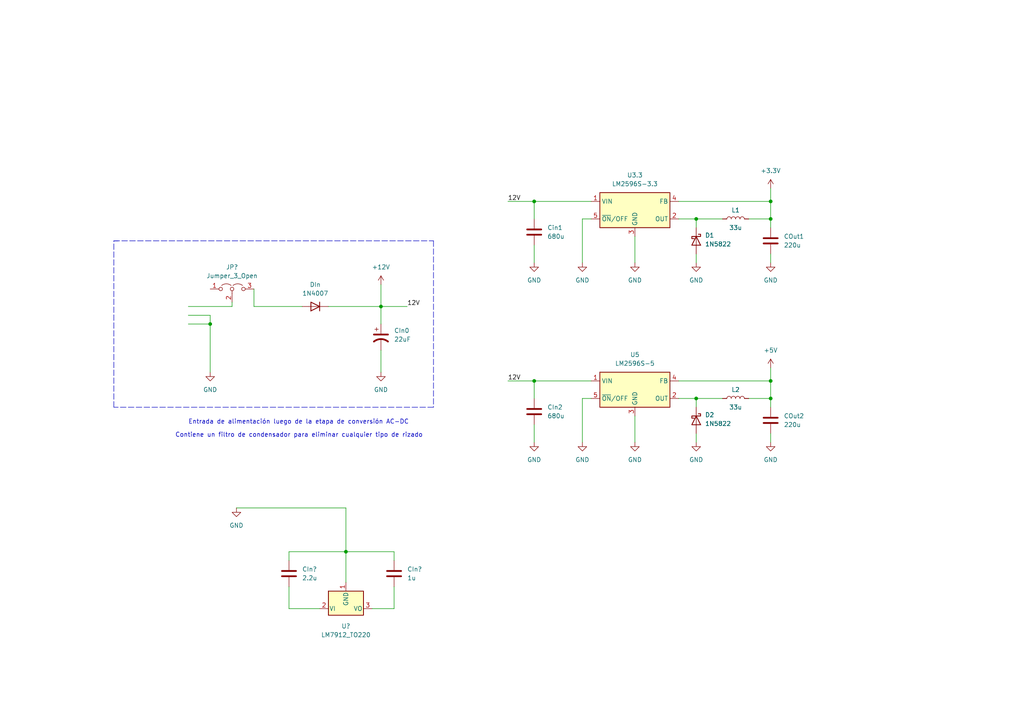
<source format=kicad_sch>
(kicad_sch (version 20211123) (generator eeschema)
  (paper "A4")
  (lib_symbols
    (symbol "Device:C" (pin_numbers hide) (pin_names (offset 0.254))
      (property "Reference" "C" (at 0.635 2.54 0))
      (property "Value" "C" (at 0.635 -2.54 0))
      (symbol "C_0_1"
        (polyline (pts (xy -2.032 -0.762) (xy 2.032 -0.762)) (stroke (width 0.508)))
        (polyline (pts (xy -2.032 0.762) (xy 2.032 0.762)) (stroke (width 0.508)))
      )
      (symbol "C_1_1"
        (pin passive line (at 0 3.81 270) (length 2.794) (name "~") (number "1"))
        (pin passive line (at 0 -3.81 90) (length 2.794) (name "~") (number "2"))
      )
    )
    (symbol "Device:C_Polarized_US" (pin_numbers hide) (pin_names (offset 0.254) hide)
      (property "Reference" "C" (at 0.635 2.54 0))
      (property "Value" "C_Polarized_US" (at 0.635 -2.54 0))
      (symbol "C_Polarized_US_0_1"
        (polyline (pts (xy -2.032 0.762) (xy 2.032 0.762)) (stroke (width 0.508)))
        (polyline (pts (xy -1.778 2.286) (xy -0.762 2.286)))
        (polyline (pts (xy -1.27 1.778) (xy -1.27 2.794)))
        (arc (start 2.032 -1.27) (mid 0 -0.5572) (end -2.032 -1.27) (stroke (width 0.508)))
      )
      (symbol "C_Polarized_US_1_1"
        (pin passive line (at 0 3.81 270) (length 2.794) (name "~") (number "1"))
        (pin passive line (at 0 -3.81 90) (length 3.302) (name "~") (number "2"))
      )
    )
    (symbol "Device:L" (pin_numbers hide) (pin_names (offset 1.016) hide)
      (property "Reference" "L" (at -1.27 0 90))
      (property "Value" "L" (at 1.905 0 90))
      (symbol "L_0_1"
        (arc (start 0 -2.54) (mid 0.635 -1.905) (end 0 -1.27))
        (arc (start 0 -1.27) (mid 0.635 -0.635) (end 0 0))
        (arc (start 0 0) (mid 0.635 0.635) (end 0 1.27))
        (arc (start 0 1.27) (mid 0.635 1.905) (end 0 2.54))
      )
      (symbol "L_1_1"
        (pin passive line (at 0 3.81 270) (length 1.27) (name "1") (number "1"))
        (pin passive line (at 0 -3.81 90) (length 1.27) (name "2") (number "2"))
      )
    )
    (symbol "Diode:1N4007" (pin_numbers hide) (pin_names (offset 1.016) hide)
      (property "Reference" "D" (at 0 2.54 0))
      (property "Value" "1N4007" (at 0 -2.54 0))
      (symbol "1N4007_0_1"
        (polyline (pts (xy -1.27 1.27) (xy -1.27 -1.27)) (stroke (width 0.254)))
        (polyline (pts (xy 1.27 0) (xy -1.27 0)))
        (polyline (pts (xy 1.27 1.27) (xy 1.27 -1.27) (xy -1.27 0) (xy 1.27 1.27)) (stroke (width 0.254)))
      )
      (symbol "1N4007_1_1"
        (pin passive line (at -3.81 0 0) (length 2.54) (name "K") (number "1"))
        (pin passive line (at 3.81 0 180) (length 2.54) (name "A") (number "2"))
      )
    )
    (symbol "Diode:1N5822" (pin_numbers hide) (pin_names (offset 1.016) hide)
      (property "Reference" "D" (at 0 2.54 0))
      (property "Value" "1N5822" (at 0 -2.54 0))
      (symbol "1N5822_0_1"
        (polyline (pts (xy 1.27 0) (xy -1.27 0)))
        (polyline (pts (xy 1.27 1.27) (xy 1.27 -1.27) (xy -1.27 0) (xy 1.27 1.27)) (stroke (width 0.254)))
        (polyline (pts (xy -1.905 0.635) (xy -1.905 1.27) (xy -1.27 1.27) (xy -1.27 -1.27) (xy -0.635 -1.27) (xy -0.635 -0.635)) (stroke (width 0.254)))
      )
      (symbol "1N5822_1_1"
        (pin passive line (at -3.81 0 0) (length 2.54) (name "K") (number "1"))
        (pin passive line (at 3.81 0 180) (length 2.54) (name "A") (number "2"))
      )
    )
    (symbol "Jumper:Jumper_3_Open" (pin_names (offset 0) hide)
      (property "Reference" "JP" (at -2.54 -2.54 0))
      (property "Value" "Jumper_3_Open" (at 0 2.794 0))
      (symbol "Jumper_3_Open_0_0"
        (circle (center -3.302 0) (radius 0.508))
        (circle (center 0 0) (radius 0.508))
        (circle (center 3.302 0) (radius 0.508))
      )
      (symbol "Jumper_3_Open_0_1"
        (arc (start -0.254 1.016) (mid -1.651 1.4992) (end -3.048 1.016))
        (polyline (pts (xy 0 -0.508) (xy 0 -1.27)))
        (arc (start 3.048 1.016) (mid 1.651 1.4992) (end 0.254 1.016))
      )
      (symbol "Jumper_3_Open_1_1"
        (pin passive line (at -6.35 0 0) (length 2.54) (name "A") (number "1"))
        (pin passive line (at 0 -3.81 90) (length 2.54) (name "C") (number "2"))
        (pin passive line (at 6.35 0 180) (length 2.54) (name "B") (number "3"))
      )
    )
    (symbol "Regulator_Linear:LM7912_TO220" (pin_names (offset 0.254))
      (property "Reference" "U" (at -3.81 -3.175 0))
      (property "Value" "LM7912_TO220" (at 0 -3.175 0))
      (symbol "LM7912_TO220_0_1"
        (rectangle (start -5.08 5.08) (end 5.08 -1.905) (stroke (width 0.254)) (fill (type background)))
      )
      (symbol "LM7912_TO220_1_1"
        (pin power_in line (at 0 7.62 270) (length 2.54) (name "GND") (number "1"))
        (pin power_in line (at -7.62 0 0) (length 2.54) (name "VI") (number "2"))
        (pin power_out line (at 7.62 0 180) (length 2.54) (name "VO") (number "3"))
      )
    )
    (symbol "Regulator_Switching:LM2596S-3.3"
      (property "Reference" "U" (at -10.16 6.35 0))
      (property "Value" "LM2596S-3.3" (at 0 6.35 0))
      (symbol "LM2596S-3.3_0_1"
        (rectangle (start -10.16 5.08) (end 10.16 -5.08) (stroke (width 0.254)) (fill (type background)))
      )
      (symbol "LM2596S-3.3_1_1"
        (pin power_in line (at -12.7 2.54 0) (length 2.54) (name "VIN") (number "1"))
        (pin output line (at 12.7 -2.54 180) (length 2.54) (name "OUT") (number "2"))
        (pin power_in line (at 0 -7.62 90) (length 2.54) (name "GND") (number "3"))
        (pin input line (at 12.7 2.54 180) (length 2.54) (name "FB") (number "4"))
        (pin input line (at -12.7 -2.54 0) (length 2.54) (name "~{ON}/OFF") (number "5"))
      )
    )
    (symbol "Regulator_Switching:LM2596S-5"
      (property "Reference" "U" (at -10.16 6.35 0))
      (property "Value" "LM2596S-5" (at 0 6.35 0))
      (symbol "LM2596S-5_0_1"
        (rectangle (start -10.16 5.08) (end 10.16 -5.08) (stroke (width 0.254)) (fill (type background)))
      )
      (symbol "LM2596S-5_1_1"
        (pin power_in line (at -12.7 2.54 0) (length 2.54) (name "VIN") (number "1"))
        (pin output line (at 12.7 -2.54 180) (length 2.54) (name "OUT") (number "2"))
        (pin power_in line (at 0 -7.62 90) (length 2.54) (name "GND") (number "3"))
        (pin input line (at 12.7 2.54 180) (length 2.54) (name "FB") (number "4"))
        (pin input line (at -12.7 -2.54 0) (length 2.54) (name "~{ON}/OFF") (number "5"))
      )
    )
    (symbol "power:+12V" (power) (pin_names (offset 0))
      (property "Value" "+12V" (at 0 3.556 0))
      (symbol "+12V_0_1"
        (polyline (pts (xy -0.762 1.27) (xy 0 2.54)))
        (polyline (pts (xy 0 0) (xy 0 2.54)))
        (polyline (pts (xy 0 2.54) (xy 0.762 1.27)))
      )
      (symbol "+12V_1_1"
        (pin power_in line (at 0 0 90) (length 0) hide (name "+12V") (number "1"))
      )
    )
    (symbol "power:+3.3V" (power) (pin_names (offset 0))
      (property "Value" "+3.3V" (at 0 3.556 0))
      (symbol "+3.3V_0_1"
        (polyline (pts (xy -0.762 1.27) (xy 0 2.54)))
        (polyline (pts (xy 0 0) (xy 0 2.54)))
        (polyline (pts (xy 0 2.54) (xy 0.762 1.27)))
      )
      (symbol "+3.3V_1_1"
        (pin power_in line (at 0 0 90) (length 0) hide (name "+3.3V") (number "1"))
      )
    )
    (symbol "power:+5V" (power) (pin_names (offset 0))
      (property "Value" "+5V" (at 0 3.556 0))
      (symbol "+5V_0_1"
        (polyline (pts (xy -0.762 1.27) (xy 0 2.54)))
        (polyline (pts (xy 0 0) (xy 0 2.54)))
        (polyline (pts (xy 0 2.54) (xy 0.762 1.27)))
      )
      (symbol "+5V_1_1"
        (pin power_in line (at 0 0 90) (length 0) hide (name "+5V") (number "1"))
      )
    )
    (symbol "power:GND" (power) (pin_names (offset 0))
      (property "Value" "GND" (at 0 -3.81 0))
      (symbol "GND_0_1"
        (polyline (pts (xy 0 0) (xy 0 -1.27) (xy 1.27 -1.27) (xy 0 -2.54) (xy -1.27 -1.27) (xy 0 -1.27)))
      )
      (symbol "GND_1_1"
        (pin power_in line (at 0 0 270) (length 0) hide (name "GND") (number "1"))
      )
    )
  )
  (junction (at 154.94 110.49))
  (junction (at 223.52 58.42))
  (junction (at 110.49 88.9))
  (junction (at 223.52 110.49))
  (junction (at 223.52 115.57))
  (junction (at 154.94 58.42))
  (junction (at 201.93 115.57))
  (junction (at 201.93 63.5))
  (junction (at 100.33 160.02))
  (junction (at 223.52 63.5))
  (junction (at 60.96 93.98))
  (wire (pts (xy 184.15 68.58) (xy 184.15 76.2)))
  (wire (pts (xy 168.91 115.57) (xy 171.45 115.57)))
  (wire (pts (xy 223.52 63.5) (xy 223.52 66.04)))
  (wire (pts (xy 154.94 58.42) (xy 154.94 63.5)))
  (wire (pts (xy 147.32 110.49) (xy 154.94 110.49)))
  (wire (pts (xy 201.93 63.5) (xy 201.93 66.04)))
  (wire (pts (xy 223.52 106.68) (xy 223.52 110.49)))
  (wire (pts (xy 54.61 88.9) (xy 67.31 88.9)))
  (wire (pts (xy 60.96 91.44) (xy 60.96 93.98)))
  (wire (pts (xy 68.58 147.32) (xy 100.33 147.32)))
  (wire (pts (xy 110.49 88.9) (xy 118.11 88.9)))
  (wire (pts (xy 201.93 125.73) (xy 201.93 128.27)))
  (wire (pts (xy 196.85 58.42) (xy 223.52 58.42)))
  (wire (pts (xy 67.31 87.63) (xy 67.31 88.9)))
  (wire (pts (xy 196.85 110.49) (xy 223.52 110.49)))
  (wire (pts (xy 73.66 83.82) (xy 73.66 88.9)))
  (wire (pts (xy 223.52 115.57) (xy 223.52 118.11)))
  (polyline (pts (xy 125.73 69.85) (xy 125.73 118.11)))
  (wire (pts (xy 184.15 120.65) (xy 184.15 128.27)))
  (wire (pts (xy 100.33 160.02) (xy 114.3 160.02)))
  (wire (pts (xy 201.93 115.57) (xy 201.93 118.11)))
  (wire (pts (xy 154.94 71.12) (xy 154.94 76.2)))
  (wire (pts (xy 107.95 176.53) (xy 114.3 176.53)))
  (wire (pts (xy 201.93 63.5) (xy 209.55 63.5)))
  (wire (pts (xy 60.96 93.98) (xy 60.96 107.95)))
  (wire (pts (xy 83.82 176.53) (xy 92.71 176.53)))
  (wire (pts (xy 100.33 160.02) (xy 100.33 168.91)))
  (wire (pts (xy 196.85 115.57) (xy 201.93 115.57)))
  (wire (pts (xy 114.3 160.02) (xy 114.3 162.56)))
  (wire (pts (xy 147.32 58.42) (xy 154.94 58.42)))
  (wire (pts (xy 110.49 88.9) (xy 110.49 93.98)))
  (wire (pts (xy 201.93 115.57) (xy 209.55 115.57)))
  (wire (pts (xy 95.25 88.9) (xy 110.49 88.9)))
  (wire (pts (xy 168.91 63.5) (xy 171.45 63.5)))
  (wire (pts (xy 171.45 110.49) (xy 154.94 110.49)))
  (wire (pts (xy 54.61 93.98) (xy 60.96 93.98)))
  (wire (pts (xy 223.52 110.49) (xy 223.52 115.57)))
  (wire (pts (xy 83.82 160.02) (xy 100.33 160.02)))
  (wire (pts (xy 168.91 115.57) (xy 168.91 128.27)))
  (wire (pts (xy 217.17 63.5) (xy 223.52 63.5)))
  (wire (pts (xy 171.45 58.42) (xy 154.94 58.42)))
  (wire (pts (xy 110.49 101.6) (xy 110.49 107.95)))
  (wire (pts (xy 217.17 115.57) (xy 223.52 115.57)))
  (wire (pts (xy 168.91 63.5) (xy 168.91 76.2)))
  (wire (pts (xy 110.49 82.55) (xy 110.49 88.9)))
  (wire (pts (xy 100.33 147.32) (xy 100.33 160.02)))
  (wire (pts (xy 196.85 63.5) (xy 201.93 63.5)))
  (polyline (pts (xy 33.02 69.85) (xy 34.29 69.85)))
  (wire (pts (xy 223.52 125.73) (xy 223.52 128.27)))
  (wire (pts (xy 223.52 54.61) (xy 223.52 58.42)))
  (polyline (pts (xy 125.73 118.11) (xy 33.02 118.11)))
  (wire (pts (xy 73.66 88.9) (xy 87.63 88.9)))
  (wire (pts (xy 154.94 123.19) (xy 154.94 128.27)))
  (wire (pts (xy 154.94 110.49) (xy 154.94 115.57)))
  (wire (pts (xy 223.52 58.42) (xy 223.52 63.5)))
  (wire (pts (xy 83.82 170.18) (xy 83.82 176.53)))
  (wire (pts (xy 223.52 73.66) (xy 223.52 76.2)))
  (wire (pts (xy 83.82 162.56) (xy 83.82 160.02)))
  (polyline (pts (xy 33.02 69.85) (xy 125.73 69.85)))
  (wire (pts (xy 114.3 176.53) (xy 114.3 170.18)))
  (polyline (pts (xy 33.02 118.11) (xy 33.02 69.85)))
  (wire (pts (xy 201.93 73.66) (xy 201.93 76.2)))
  (wire (pts (xy 54.61 91.44) (xy 60.96 91.44)))
  (text "Entrada de alimentación luego de la etapa de conversión AC-DC" (at 54.61 123.19 0) (effects (font (size 1.27 1.27)) (justify left bottom)))
  (text "Contiene un filtro de condensador para eliminar cualquier tipo de rizado\n" (at 50.8 127 0) (effects (font (size 1.27 1.27)) (justify left bottom)))
  (label "12V" (at 147.32 110.49 0))
  (label "12V" (at 147.32 58.42 0))
  (label "12V" (at 118.11 88.9 0))
  (symbol (lib_id "power:GND") (at 201.93 128.27 0) (unit 1)
    (property "Reference" "#PWR?" (effects hide))
    (property "Value" "GND" (at 201.93 133.35 0))
  )
  (symbol (lib_id "Device:L") (at 213.36 115.57 90) (unit 1)
    (property "Reference" "L2" (at 213.36 113.03 90))
    (property "Value" "33u" (at 213.36 118.11 90))
  )
  (symbol (lib_id "power:GND") (at 60.96 107.95 0) (unit 1)
    (property "Reference" "#PWR?" (effects hide))
    (property "Value" "GND" (at 60.96 113.03 0))
  )
  (symbol (lib_id "Device:L") (at 213.36 63.5 90) (unit 1)
    (property "Reference" "L1" (at 213.36 60.96 90))
    (property "Value" "33u" (at 213.36 66.04 90))
  )
  (symbol (lib_id "Diode:1N5822") (at 201.93 69.85 270) (unit 1)
    (property "Reference" "D1" (at 204.47 68.2624 90) (effects (justify left)))
    (property "Value" "1N5822" (at 204.47 70.8024 90) (effects (justify left)))
    (property "Footprint" "Diode_THT:D_DO-201AD_P15.24mm_Horizontal" (effects hide))
    (property "Datasheet" "http://www.vishay.com/docs/88526/1n5820.pdf" (effects hide))
  )
  (symbol (lib_id "Device:C") (at 114.3 166.37 0) (unit 1)
    (property "Reference" "CIn?" (at 118.11 165.0999 0) (effects (justify left)))
    (property "Value" "1u" (at 118.11 167.6399 0) (effects (justify left)))
  )
  (symbol (lib_id "power:GND") (at 154.94 76.2 0) (unit 1)
    (property "Reference" "#PWR?" (effects hide))
    (property "Value" "GND" (at 154.94 81.28 0))
  )
  (symbol (lib_id "power:GND") (at 168.91 76.2 0) (unit 1)
    (property "Reference" "#PWR?" (effects hide))
    (property "Value" "GND" (at 168.91 81.28 0))
  )
  (symbol (lib_id "power:GND") (at 184.15 128.27 0) (unit 1)
    (property "Reference" "#PWR?" (effects hide))
    (property "Value" "GND" (at 184.15 133.35 0))
  )
  (symbol (lib_id "Regulator_Linear:LM7912_TO220") (at 100.33 176.53 0) (unit 1)
    (property "Reference" "U?" (at 100.33 181.61 0))
    (property "Value" "LM7912_TO220" (at 100.33 184.15 0))
    (property "Footprint" "Package_TO_SOT_THT:TO-220-3_Vertical" (effects hide))
    (property "Datasheet" "hhttps://www.onsemi.com/pub/Collateral/MC7900-D.PDF" (effects hide))
  )
  (symbol (lib_id "power:GND") (at 154.94 128.27 0) (unit 1)
    (property "Reference" "#PWR?" (effects hide))
    (property "Value" "GND" (at 154.94 133.35 0))
  )
  (symbol (lib_id "Device:C") (at 154.94 119.38 0) (unit 1)
    (property "Reference" "CIn2" (at 158.75 118.1099 0) (effects (justify left)))
    (property "Value" "680u" (at 158.75 120.6499 0) (effects (justify left)))
  )
  (symbol (lib_id "Regulator_Switching:LM2596S-3.3") (at 184.15 60.96 0) (unit 1)
    (property "Reference" "U3.3" (at 184.15 50.8 0))
    (property "Value" "LM2596S-3.3" (at 184.15 53.34 0))
    (property "Footprint" "Package_TO_SOT_SMD:TO-263-5_TabPin3" (effects hide))
    (property "Datasheet" "http://www.ti.com/lit/ds/symlink/lm2596.pdf" (effects hide))
  )
  (symbol (lib_id "power:+3.3V") (at 223.52 54.61 0) (unit 1)
    (property "Reference" "#PWR?" (effects hide))
    (property "Value" "+3.3V" (at 223.52 49.53 0))
  )
  (symbol (lib_id "Device:C_Polarized_US") (at 110.49 97.79 0) (unit 1)
    (property "Reference" "CIn0" (at 114.3 95.8849 0) (effects (justify left)))
    (property "Value" "22uF" (at 114.3 98.4249 0) (effects (justify left)))
    (property "Footprint" "Capacitor_SMD:C_0805_2012Metric_Pad1.18x1.45mm_HandSolder" (effects hide))
  )
  (symbol (lib_id "power:GND") (at 201.93 76.2 0) (unit 1)
    (property "Reference" "#PWR?" (effects hide))
    (property "Value" "GND" (at 201.93 81.28 0))
  )
  (symbol (lib_id "power:GND") (at 223.52 76.2 0) (unit 1)
    (property "Reference" "#PWR?" (effects hide))
    (property "Value" "GND" (at 223.52 81.28 0))
  )
  (symbol (lib_id "power:GND") (at 168.91 128.27 0) (unit 1)
    (property "Reference" "#PWR?" (effects hide))
    (property "Value" "GND" (at 168.91 133.35 0))
  )
  (symbol (lib_id "Device:C") (at 223.52 121.92 0) (unit 1)
    (property "Reference" "COut2" (at 227.33 120.6499 0) (effects (justify left)))
    (property "Value" "220u" (at 227.33 123.1899 0) (effects (justify left)))
  )
  (symbol (lib_id "Device:C") (at 154.94 67.31 0) (unit 1)
    (property "Reference" "Cin1" (at 158.75 66.0399 0) (effects (justify left)))
    (property "Value" "680u" (at 158.75 68.5799 0) (effects (justify left)))
  )
  (symbol (lib_id "power:GND") (at 223.52 128.27 0) (unit 1)
    (property "Reference" "#PWR?" (effects hide))
    (property "Value" "GND" (at 223.52 133.35 0))
  )
  (symbol (lib_id "Device:C") (at 223.52 69.85 0) (unit 1)
    (property "Reference" "COut1" (at 227.33 68.5799 0) (effects (justify left)))
    (property "Value" "220u" (at 227.33 71.1199 0) (effects (justify left)))
  )
  (symbol (lib_id "power:+5V") (at 223.52 106.68 0) (unit 1)
    (property "Reference" "#PWR?" (effects hide))
    (property "Value" "+5V" (at 223.52 101.6 0))
  )
  (symbol (lib_id "Regulator_Switching:LM2596S-5") (at 184.15 113.03 0) (unit 1)
    (property "Reference" "U5" (at 184.15 102.87 0))
    (property "Value" "LM2596S-5" (at 184.15 105.41 0))
    (property "Footprint" "Package_TO_SOT_SMD:TO-263-5_TabPin3" (effects hide))
    (property "Datasheet" "http://www.ti.com/lit/ds/symlink/lm2596.pdf" (effects hide))
  )
  (symbol (lib_id "Diode:1N5822") (at 201.93 121.92 270) (unit 1)
    (property "Reference" "D2" (at 204.47 120.3324 90) (effects (justify left)))
    (property "Value" "1N5822" (at 204.47 122.8724 90) (effects (justify left)))
    (property "Footprint" "Diode_THT:D_DO-201AD_P15.24mm_Horizontal" (effects hide))
    (property "Datasheet" "http://www.vishay.com/docs/88526/1n5820.pdf" (effects hide))
  )
  (symbol (lib_id "power:GND") (at 184.15 76.2 0) (unit 1)
    (property "Reference" "#PWR?" (effects hide))
    (property "Value" "GND" (at 184.15 81.28 0))
  )
  (symbol (lib_id "Diode:1N4007") (at 91.44 88.9 180) (unit 1)
    (property "Reference" "DIn" (at 91.44 82.55 0))
    (property "Value" "1N4007" (at 91.44 85.09 0))
    (property "Footprint" "Diode_SMD:D_SMA_Handsoldering" (effects hide))
    (property "Datasheet" "http://www.vishay.com/docs/88503/1n4001.pdf" (effects hide))
  )
  (symbol (lib_id "Device:C") (at 83.82 166.37 0) (unit 1)
    (property "Reference" "CIn?" (at 87.63 165.0999 0) (effects (justify left)))
    (property "Value" "2.2u" (at 87.63 167.6399 0) (effects (justify left)))
  )
  (symbol (lib_id "power:+12V") (at 110.49 82.55 0) (unit 1)
    (property "Reference" "#PWR?" (effects hide))
    (property "Value" "+12V" (at 110.49 77.47 0))
  )
  (symbol (lib_id "Jumper:Jumper_3_Open") (at 67.31 83.82 0) (unit 1)
    (property "Reference" "JP?" (at 67.31 77.47 0))
    (property "Value" "Jumper_3_Open" (at 67.31 80.01 0))
    (property "Footprint" "Connector_PinHeader_2.54mm:PinHeader_1x03_P2.54mm_Vertical" (effects hide))
  )
  (symbol (lib_id "power:GND") (at 110.49 107.95 0) (unit 1)
    (property "Reference" "#PWR?" (effects hide))
    (property "Value" "GND" (at 110.49 113.03 0))
  )
  (symbol (lib_id "power:GND") (at 68.58 147.32 0) (unit 1)
    (property "Reference" "#PWR?" (effects hide))
    (property "Value" "GND" (at 68.58 152.4 0))
  )
)
</source>
